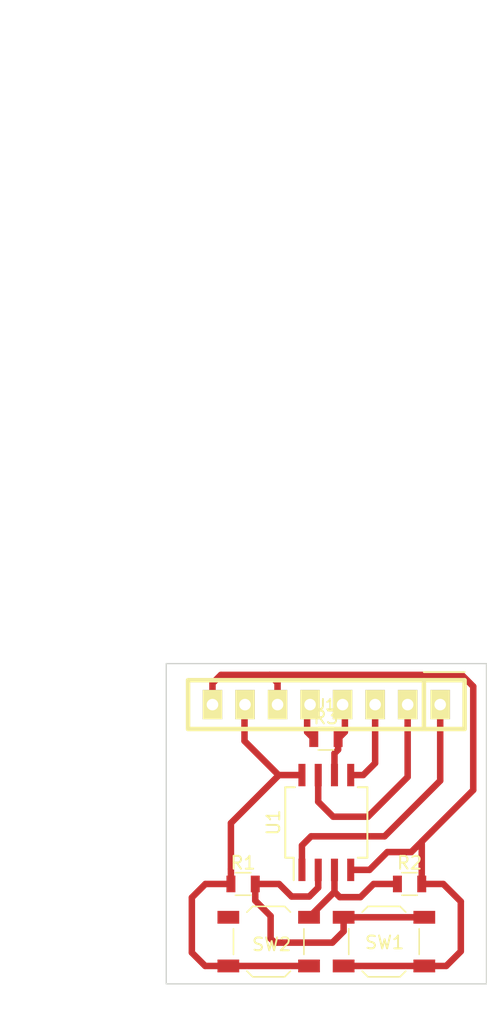
<source format=kicad_pcb>
(kicad_pcb (version 20170922) (host pcbnew "(2017-10-31 revision bd73a39a4)-master")

  (general
    (thickness 1.6)
    (drawings 4)
    (tracks 81)
    (zones 0)
    (modules 7)
    (nets 10)
  )

  (page A4)
  (layers
    (0 F.Cu signal)
    (31 B.Cu signal)
    (32 B.Adhes user hide)
    (33 F.Adhes user hide)
    (34 B.Paste user hide)
    (35 F.Paste user hide)
    (36 B.SilkS user)
    (37 F.SilkS user hide)
    (38 B.Mask user hide)
    (39 F.Mask user hide)
    (40 Dwgs.User user hide)
    (41 Cmts.User user hide)
    (42 Eco1.User user hide)
    (43 Eco2.User user hide)
    (44 Edge.Cuts user)
    (45 Margin user)
    (46 B.CrtYd user hide)
    (47 F.CrtYd user hide)
    (48 B.Fab user hide)
    (49 F.Fab user hide)
  )

  (setup
    (last_trace_width 0.254)
    (user_trace_width 0.254)
    (user_trace_width 0.381)
    (user_trace_width 0.508)
    (user_trace_width 0.635)
    (user_trace_width 0.762)
    (user_trace_width 0.8128)
    (trace_clearance 0.6)
    (zone_clearance 0.35)
    (zone_45_only yes)
    (trace_min 0.254)
    (segment_width 0.2)
    (edge_width 0.1)
    (via_size 1.5)
    (via_drill 0.9)
    (via_min_size 1.5)
    (via_min_drill 0.9)
    (user_via 1.5 0.9)
    (uvia_size 0.3)
    (uvia_drill 0.1)
    (uvias_allowed no)
    (uvia_min_size 0.2)
    (uvia_min_drill 0.1)
    (pcb_text_width 0.3)
    (pcb_text_size 1.5 1.5)
    (mod_edge_width 0.15)
    (mod_text_size 1 1)
    (mod_text_width 0.15)
    (pad_size 1.7 1)
    (pad_drill 0.9)
    (pad_to_mask_clearance 0.2)
    (aux_axis_origin 50.01 119.78)
    (grid_origin 50.01 119.78)
    (visible_elements FFFFFF99)
    (pcbplotparams
      (layerselection 0x00000_7fffffff)
      (usegerberextensions false)
      (usegerberattributes true)
      (usegerberadvancedattributes true)
      (creategerberjobfile true)
      (excludeedgelayer true)
      (linewidth 0.100000)
      (plotframeref false)
      (viasonmask false)
      (mode 1)
      (useauxorigin true)
      (hpglpennumber 1)
      (hpglpenspeed 20)
      (hpglpendiameter 15)
      (psnegative false)
      (psa4output false)
      (plotreference true)
      (plotvalue true)
      (plotinvisibletext false)
      (padsonsilk true)
      (subtractmaskfromsilk false)
      (outputformat 3)
      (mirror false)
      (drillshape 2)
      (scaleselection 1)
      (outputdirectory gerbers/))
  )

  (net 0 "")
  (net 1 GND)
  (net 2 "Net-(R2-Pad1)")
  (net 3 "Net-(R1-Pad2)")
  (net 4 PIN_1)
  (net 5 PIN_5)
  (net 6 PIN_6)
  (net 7 PIN_7)
  (net 8 SPKR+)
  (net 9 VCC)

  (net_class Default "This is the default net class."
    (clearance 0.6)
    (trace_width 0.381)
    (via_dia 1.5)
    (via_drill 0.9)
    (uvia_dia 0.3)
    (uvia_drill 0.1)
    (diff_pair_gap 0.25)
    (diff_pair_width 0.3)
    (add_net GND)
    (add_net "Net-(R1-Pad2)")
    (add_net "Net-(R2-Pad1)")
    (add_net PIN_1)
    (add_net PIN_5)
    (add_net PIN_6)
    (add_net PIN_7)
    (add_net SPKR+)
    (add_net VCC)
  )

  (module Housings_SOIC:SO-8_5.3x6.2mm_Pitch1.27mm (layer F.Cu) (tedit 59920130) (tstamp 5A090C7E)
    (at 62.5 107.2 90)
    (descr "8-Lead Plastic Small Outline, 5.3x6.2mm Body (http://www.ti.com.cn/cn/lit/ds/symlink/tl7705a.pdf)")
    (tags "SOIC 1.27")
    (path /59FA3237)
    (attr smd)
    (fp_text reference U1 (at 0 -4.13 90) (layer F.SilkS)
      (effects (font (size 1 1) (thickness 0.15)))
    )
    (fp_text value ATTINY85-20SU (at 0 4.13 90) (layer F.Fab)
      (effects (font (size 1 1) (thickness 0.15)))
    )
    (fp_line (start -2.75 -2.55) (end -4.5 -2.55) (layer F.SilkS) (width 0.15))
    (fp_line (start -2.75 3.205) (end 2.75 3.205) (layer F.SilkS) (width 0.15))
    (fp_line (start -2.75 -3.205) (end 2.75 -3.205) (layer F.SilkS) (width 0.15))
    (fp_line (start -2.75 3.205) (end -2.75 2.455) (layer F.SilkS) (width 0.15))
    (fp_line (start 2.75 3.205) (end 2.75 2.455) (layer F.SilkS) (width 0.15))
    (fp_line (start 2.75 -3.205) (end 2.75 -2.455) (layer F.SilkS) (width 0.15))
    (fp_line (start -2.75 -3.205) (end -2.75 -2.55) (layer F.SilkS) (width 0.15))
    (fp_line (start -4.83 3.35) (end 4.83 3.35) (layer F.CrtYd) (width 0.05))
    (fp_line (start -4.83 -3.35) (end 4.83 -3.35) (layer F.CrtYd) (width 0.05))
    (fp_line (start 4.83 -3.35) (end 4.83 3.35) (layer F.CrtYd) (width 0.05))
    (fp_line (start -4.83 -3.35) (end -4.83 3.35) (layer F.CrtYd) (width 0.05))
    (fp_line (start -2.65 -2.1) (end -1.65 -3.1) (layer F.Fab) (width 0.15))
    (fp_line (start -2.65 3.1) (end -2.65 -2.1) (layer F.Fab) (width 0.15))
    (fp_line (start 2.65 3.1) (end -2.65 3.1) (layer F.Fab) (width 0.15))
    (fp_line (start 2.65 -3.1) (end 2.65 3.1) (layer F.Fab) (width 0.15))
    (fp_line (start -1.65 -3.1) (end 2.65 -3.1) (layer F.Fab) (width 0.15))
    (fp_text user %R (at 0 0 90) (layer F.Fab)
      (effects (font (size 1 1) (thickness 0.15)))
    )
    (pad 8 smd rect (at 3.7 -1.905 90) (size 1.75 0.55) (layers F.Cu F.Paste F.Mask)
      (net 9 VCC))
    (pad 7 smd rect (at 3.7 -0.635 90) (size 1.75 0.55) (layers F.Cu F.Paste F.Mask)
      (net 7 PIN_7))
    (pad 6 smd rect (at 3.7 0.635 90) (size 1.75 0.55) (layers F.Cu F.Paste F.Mask)
      (net 6 PIN_6))
    (pad 5 smd rect (at 3.7 1.905 90) (size 1.75 0.55) (layers F.Cu F.Paste F.Mask)
      (net 5 PIN_5))
    (pad 4 smd rect (at -3.7 1.905 90) (size 1.75 0.55) (layers F.Cu F.Paste F.Mask)
      (net 1 GND))
    (pad 3 smd rect (at -3.7 0.635 90) (size 1.75 0.55) (layers F.Cu F.Paste F.Mask)
      (net 2 "Net-(R2-Pad1)"))
    (pad 2 smd rect (at -3.7 -0.635 90) (size 1.75 0.55) (layers F.Cu F.Paste F.Mask)
      (net 3 "Net-(R1-Pad2)"))
    (pad 1 smd rect (at -3.7 -1.905 90) (size 1.75 0.55) (layers F.Cu F.Paste F.Mask)
      (net 4 PIN_1))
    (model ${KISYS3DMOD}/Housings_SOIC.3dshapes/SOIJ-8_5.3x5.3mm_Pitch1.27mm.step
      (at (xyz 0 0 0))
      (scale (xyz 1 1 1))
      (rotate (xyz 0 0 0))
    )
  )

  (module Resistors_SMD:R_0805 (layer F.Cu) (tedit 58E0A804) (tstamp 5A090C5E)
    (at 69 112)
    (descr "Resistor SMD 0805, reflow soldering, Vishay (see dcrcw.pdf)")
    (tags "resistor 0805")
    (path /59E53A35)
    (attr smd)
    (fp_text reference R2 (at 0 -1.65) (layer F.SilkS)
      (effects (font (size 1 1) (thickness 0.15)))
    )
    (fp_text value 10K (at 0 1.75) (layer F.Fab)
      (effects (font (size 1 1) (thickness 0.15)))
    )
    (fp_line (start 1.55 0.9) (end -1.55 0.9) (layer F.CrtYd) (width 0.05))
    (fp_line (start 1.55 0.9) (end 1.55 -0.9) (layer F.CrtYd) (width 0.05))
    (fp_line (start -1.55 -0.9) (end -1.55 0.9) (layer F.CrtYd) (width 0.05))
    (fp_line (start -1.55 -0.9) (end 1.55 -0.9) (layer F.CrtYd) (width 0.05))
    (fp_line (start -0.6 -0.88) (end 0.6 -0.88) (layer F.SilkS) (width 0.12))
    (fp_line (start 0.6 0.88) (end -0.6 0.88) (layer F.SilkS) (width 0.12))
    (fp_line (start -1 -0.62) (end 1 -0.62) (layer F.Fab) (width 0.1))
    (fp_line (start 1 -0.62) (end 1 0.62) (layer F.Fab) (width 0.1))
    (fp_line (start 1 0.62) (end -1 0.62) (layer F.Fab) (width 0.1))
    (fp_line (start -1 0.62) (end -1 -0.62) (layer F.Fab) (width 0.1))
    (fp_text user %R (at 0 0) (layer F.Fab)
      (effects (font (size 0.5 0.5) (thickness 0.075)))
    )
    (pad 2 smd rect (at 0.95 0) (size 0.7 1.3) (layers F.Cu F.Paste F.Mask)
      (net 1 GND))
    (pad 1 smd rect (at -0.95 0) (size 0.7 1.3) (layers F.Cu F.Paste F.Mask)
      (net 2 "Net-(R2-Pad1)"))
    (model ${KISYS3DMOD}/Resistors_SMD.3dshapes/R_0805.step
      (at (xyz 0 0 0))
      (scale (xyz 1 1 1))
      (rotate (xyz 0 0 0))
    )
  )

  (module Resistors_SMD:R_0805 (layer F.Cu) (tedit 58E0A804) (tstamp 5A090C4E)
    (at 56 112)
    (descr "Resistor SMD 0805, reflow soldering, Vishay (see dcrcw.pdf)")
    (tags "resistor 0805")
    (path /59E587BF)
    (attr smd)
    (fp_text reference R1 (at 0 -1.65) (layer F.SilkS)
      (effects (font (size 1 1) (thickness 0.15)))
    )
    (fp_text value 10K (at 0 1.75) (layer F.Fab)
      (effects (font (size 1 1) (thickness 0.15)))
    )
    (fp_line (start 1.55 0.9) (end -1.55 0.9) (layer F.CrtYd) (width 0.05))
    (fp_line (start 1.55 0.9) (end 1.55 -0.9) (layer F.CrtYd) (width 0.05))
    (fp_line (start -1.55 -0.9) (end -1.55 0.9) (layer F.CrtYd) (width 0.05))
    (fp_line (start -1.55 -0.9) (end 1.55 -0.9) (layer F.CrtYd) (width 0.05))
    (fp_line (start -0.6 -0.88) (end 0.6 -0.88) (layer F.SilkS) (width 0.12))
    (fp_line (start 0.6 0.88) (end -0.6 0.88) (layer F.SilkS) (width 0.12))
    (fp_line (start -1 -0.62) (end 1 -0.62) (layer F.Fab) (width 0.1))
    (fp_line (start 1 -0.62) (end 1 0.62) (layer F.Fab) (width 0.1))
    (fp_line (start 1 0.62) (end -1 0.62) (layer F.Fab) (width 0.1))
    (fp_line (start -1 0.62) (end -1 -0.62) (layer F.Fab) (width 0.1))
    (fp_text user %R (at 0 0) (layer F.Fab)
      (effects (font (size 0.5 0.5) (thickness 0.075)))
    )
    (pad 2 smd rect (at 0.95 0) (size 0.7 1.3) (layers F.Cu F.Paste F.Mask)
      (net 3 "Net-(R1-Pad2)"))
    (pad 1 smd rect (at -0.95 0) (size 0.7 1.3) (layers F.Cu F.Paste F.Mask)
      (net 9 VCC))
    (model ${KISYS3DMOD}/Resistors_SMD.3dshapes/R_0805.step
      (at (xyz 0 0 0))
      (scale (xyz 1 1 1))
      (rotate (xyz 0 0 0))
    )
  )

  (module Resistors_SMD:R_0805 (layer F.Cu) (tedit 58E0A804) (tstamp 5A090C6E)
    (at 62.47 100.66)
    (descr "Resistor SMD 0805, reflow soldering, Vishay (see dcrcw.pdf)")
    (tags "resistor 0805")
    (path /59E56D49)
    (attr smd)
    (fp_text reference R3 (at 0 -1.65) (layer F.SilkS)
      (effects (font (size 1 1) (thickness 0.15)))
    )
    (fp_text value 220 (at 0 1.75) (layer F.Fab)
      (effects (font (size 1 1) (thickness 0.15)))
    )
    (fp_line (start 1.55 0.9) (end -1.55 0.9) (layer F.CrtYd) (width 0.05))
    (fp_line (start 1.55 0.9) (end 1.55 -0.9) (layer F.CrtYd) (width 0.05))
    (fp_line (start -1.55 -0.9) (end -1.55 0.9) (layer F.CrtYd) (width 0.05))
    (fp_line (start -1.55 -0.9) (end 1.55 -0.9) (layer F.CrtYd) (width 0.05))
    (fp_line (start -0.6 -0.88) (end 0.6 -0.88) (layer F.SilkS) (width 0.12))
    (fp_line (start 0.6 0.88) (end -0.6 0.88) (layer F.SilkS) (width 0.12))
    (fp_line (start -1 -0.62) (end 1 -0.62) (layer F.Fab) (width 0.1))
    (fp_line (start 1 -0.62) (end 1 0.62) (layer F.Fab) (width 0.1))
    (fp_line (start 1 0.62) (end -1 0.62) (layer F.Fab) (width 0.1))
    (fp_line (start -1 0.62) (end -1 -0.62) (layer F.Fab) (width 0.1))
    (fp_text user %R (at 0 0) (layer F.Fab)
      (effects (font (size 0.5 0.5) (thickness 0.075)))
    )
    (pad 2 smd rect (at 0.95 0) (size 0.7 1.3) (layers F.Cu F.Paste F.Mask)
      (net 6 PIN_6))
    (pad 1 smd rect (at -0.95 0) (size 0.7 1.3) (layers F.Cu F.Paste F.Mask)
      (net 8 SPKR+))
    (model ${KISYS3DMOD}/Resistors_SMD.3dshapes/R_0805.step
      (at (xyz 0 0 0))
      (scale (xyz 1 1 1))
      (rotate (xyz 0 0 0))
    )
  )

  (module Buttons_Switches_SMD:SW_SPST_TL3342 (layer F.Cu) (tedit 58724C2D) (tstamp 5A16736D)
    (at 67 116.5 180)
    (descr "Low-profile SMD Tactile Switch, https://www.e-switch.com/system/asset/product_line/data_sheet/165/TL3342.pdf")
    (tags "SPST Tactile Switch")
    (path /59E49B79)
    (attr smd)
    (fp_text reference SW1 (at -0.05 -0.07 180) (layer F.SilkS)
      (effects (font (size 1 1) (thickness 0.15)))
    )
    (fp_text value RESET (at 3.865 -3.925 180) (layer F.Fab)
      (effects (font (size 1 1) (thickness 0.15)))
    )
    (fp_text user %R (at 3.065 -5.4 180) (layer F.Fab)
      (effects (font (size 1 1) (thickness 0.15)))
    )
    (fp_line (start 3.2 2.1) (end 3.2 1.6) (layer F.Fab) (width 0.1))
    (fp_line (start 3.2 -2.1) (end 3.2 -1.6) (layer F.Fab) (width 0.1))
    (fp_line (start -3.2 2.1) (end -3.2 1.6) (layer F.Fab) (width 0.1))
    (fp_line (start -3.2 -2.1) (end -3.2 -1.6) (layer F.Fab) (width 0.1))
    (fp_line (start 2.7 -2.1) (end 2.7 -1.6) (layer F.Fab) (width 0.1))
    (fp_line (start 1.7 -2.1) (end 3.2 -2.1) (layer F.Fab) (width 0.1))
    (fp_line (start 3.2 -1.6) (end 2.2 -1.6) (layer F.Fab) (width 0.1))
    (fp_line (start -2.7 -2.1) (end -2.7 -1.6) (layer F.Fab) (width 0.1))
    (fp_line (start -1.7 -2.1) (end -3.2 -2.1) (layer F.Fab) (width 0.1))
    (fp_line (start -3.2 -1.6) (end -2.2 -1.6) (layer F.Fab) (width 0.1))
    (fp_line (start -2.7 2.1) (end -2.7 1.6) (layer F.Fab) (width 0.1))
    (fp_line (start -3.2 1.6) (end -2.2 1.6) (layer F.Fab) (width 0.1))
    (fp_line (start -1.7 2.1) (end -3.2 2.1) (layer F.Fab) (width 0.1))
    (fp_line (start 1.7 2.1) (end 3.2 2.1) (layer F.Fab) (width 0.1))
    (fp_line (start 2.7 2.1) (end 2.7 1.6) (layer F.Fab) (width 0.1))
    (fp_line (start 3.2 1.6) (end 2.2 1.6) (layer F.Fab) (width 0.1))
    (fp_line (start -1.7 2.3) (end -1.25 2.75) (layer F.SilkS) (width 0.12))
    (fp_line (start 1.7 2.3) (end 1.25 2.75) (layer F.SilkS) (width 0.12))
    (fp_line (start 1.7 -2.3) (end 1.25 -2.75) (layer F.SilkS) (width 0.12))
    (fp_line (start -1.7 -2.3) (end -1.25 -2.75) (layer F.SilkS) (width 0.12))
    (fp_line (start -2 -1) (end -1 -2) (layer F.Fab) (width 0.1))
    (fp_line (start -1 -2) (end 1 -2) (layer F.Fab) (width 0.1))
    (fp_line (start 1 -2) (end 2 -1) (layer F.Fab) (width 0.1))
    (fp_line (start 2 -1) (end 2 1) (layer F.Fab) (width 0.1))
    (fp_line (start 2 1) (end 1 2) (layer F.Fab) (width 0.1))
    (fp_line (start 1 2) (end -1 2) (layer F.Fab) (width 0.1))
    (fp_line (start -1 2) (end -2 1) (layer F.Fab) (width 0.1))
    (fp_line (start -2 1) (end -2 -1) (layer F.Fab) (width 0.1))
    (fp_line (start 2.75 -1) (end 2.75 1) (layer F.SilkS) (width 0.12))
    (fp_line (start -1.25 2.75) (end 1.25 2.75) (layer F.SilkS) (width 0.12))
    (fp_line (start -2.75 -1) (end -2.75 1) (layer F.SilkS) (width 0.12))
    (fp_line (start -1.25 -2.75) (end 1.25 -2.75) (layer F.SilkS) (width 0.12))
    (fp_line (start -2.6 -1.2) (end -2.6 1.2) (layer F.Fab) (width 0.1))
    (fp_line (start -2.6 1.2) (end -1.2 2.6) (layer F.Fab) (width 0.1))
    (fp_line (start -1.2 2.6) (end 1.2 2.6) (layer F.Fab) (width 0.1))
    (fp_line (start 1.2 2.6) (end 2.6 1.2) (layer F.Fab) (width 0.1))
    (fp_line (start 2.6 1.2) (end 2.6 -1.2) (layer F.Fab) (width 0.1))
    (fp_line (start 2.6 -1.2) (end 1.2 -2.6) (layer F.Fab) (width 0.1))
    (fp_line (start 1.2 -2.6) (end -1.2 -2.6) (layer F.Fab) (width 0.1))
    (fp_line (start -1.2 -2.6) (end -2.6 -1.2) (layer F.Fab) (width 0.1))
    (fp_line (start -4.25 -3) (end 4.25 -3) (layer F.CrtYd) (width 0.05))
    (fp_line (start 4.25 -3) (end 4.25 3) (layer F.CrtYd) (width 0.05))
    (fp_line (start 4.25 3) (end -4.25 3) (layer F.CrtYd) (width 0.05))
    (fp_line (start -4.25 3) (end -4.25 -3) (layer F.CrtYd) (width 0.05))
    (fp_circle (center 0 0) (end 1 0) (layer F.Fab) (width 0.1))
    (pad 1 smd rect (at -3.15 -1.9 180) (size 1.7 1) (layers F.Cu F.Paste F.Mask)
      (net 1 GND))
    (pad 1 smd rect (at 3.15 -1.9 180) (size 1.7 1) (layers F.Cu F.Paste F.Mask)
      (net 1 GND))
    (pad 2 smd rect (at -3.15 1.9 180) (size 1.7 1) (layers F.Cu F.Paste F.Mask)
      (net 3 "Net-(R1-Pad2)"))
    (pad 2 smd rect (at 3.15 1.9 180) (size 1.7 1) (layers F.Cu F.Paste F.Mask)
      (net 3 "Net-(R1-Pad2)"))
    (model ${KISYS3DMOD}/Buttons_Switches_SMD.3dshapes/TL3342FxxxQG.step
      (at (xyz 0 0 0))
      (scale (xyz 1 1 1))
      (rotate (xyz 0 0 0))
    )
  )

  (module Buttons_Switches_SMD:SW_SPST_TL3342 (layer F.Cu) (tedit 58724C2D) (tstamp 5A1673A3)
    (at 58 116.5)
    (descr "Low-profile SMD Tactile Switch, https://www.e-switch.com/system/asset/product_line/data_sheet/165/TL3342.pdf")
    (tags "SPST Tactile Switch")
    (path /59E49BEA)
    (attr smd)
    (fp_text reference SW2 (at 0.23 0.22) (layer F.SilkS)
      (effects (font (size 1 1) (thickness 0.15)))
    )
    (fp_text value INPUT_5 (at 4.195 4.075) (layer F.Fab)
      (effects (font (size 1 1) (thickness 0.15)))
    )
    (fp_text user %R (at 2.695 5.6) (layer F.Fab)
      (effects (font (size 1 1) (thickness 0.15)))
    )
    (fp_line (start 3.2 2.1) (end 3.2 1.6) (layer F.Fab) (width 0.1))
    (fp_line (start 3.2 -2.1) (end 3.2 -1.6) (layer F.Fab) (width 0.1))
    (fp_line (start -3.2 2.1) (end -3.2 1.6) (layer F.Fab) (width 0.1))
    (fp_line (start -3.2 -2.1) (end -3.2 -1.6) (layer F.Fab) (width 0.1))
    (fp_line (start 2.7 -2.1) (end 2.7 -1.6) (layer F.Fab) (width 0.1))
    (fp_line (start 1.7 -2.1) (end 3.2 -2.1) (layer F.Fab) (width 0.1))
    (fp_line (start 3.2 -1.6) (end 2.2 -1.6) (layer F.Fab) (width 0.1))
    (fp_line (start -2.7 -2.1) (end -2.7 -1.6) (layer F.Fab) (width 0.1))
    (fp_line (start -1.7 -2.1) (end -3.2 -2.1) (layer F.Fab) (width 0.1))
    (fp_line (start -3.2 -1.6) (end -2.2 -1.6) (layer F.Fab) (width 0.1))
    (fp_line (start -2.7 2.1) (end -2.7 1.6) (layer F.Fab) (width 0.1))
    (fp_line (start -3.2 1.6) (end -2.2 1.6) (layer F.Fab) (width 0.1))
    (fp_line (start -1.7 2.1) (end -3.2 2.1) (layer F.Fab) (width 0.1))
    (fp_line (start 1.7 2.1) (end 3.2 2.1) (layer F.Fab) (width 0.1))
    (fp_line (start 2.7 2.1) (end 2.7 1.6) (layer F.Fab) (width 0.1))
    (fp_line (start 3.2 1.6) (end 2.2 1.6) (layer F.Fab) (width 0.1))
    (fp_line (start -1.7 2.3) (end -1.25 2.75) (layer F.SilkS) (width 0.12))
    (fp_line (start 1.7 2.3) (end 1.25 2.75) (layer F.SilkS) (width 0.12))
    (fp_line (start 1.7 -2.3) (end 1.25 -2.75) (layer F.SilkS) (width 0.12))
    (fp_line (start -1.7 -2.3) (end -1.25 -2.75) (layer F.SilkS) (width 0.12))
    (fp_line (start -2 -1) (end -1 -2) (layer F.Fab) (width 0.1))
    (fp_line (start -1 -2) (end 1 -2) (layer F.Fab) (width 0.1))
    (fp_line (start 1 -2) (end 2 -1) (layer F.Fab) (width 0.1))
    (fp_line (start 2 -1) (end 2 1) (layer F.Fab) (width 0.1))
    (fp_line (start 2 1) (end 1 2) (layer F.Fab) (width 0.1))
    (fp_line (start 1 2) (end -1 2) (layer F.Fab) (width 0.1))
    (fp_line (start -1 2) (end -2 1) (layer F.Fab) (width 0.1))
    (fp_line (start -2 1) (end -2 -1) (layer F.Fab) (width 0.1))
    (fp_line (start 2.75 -1) (end 2.75 1) (layer F.SilkS) (width 0.12))
    (fp_line (start -1.25 2.75) (end 1.25 2.75) (layer F.SilkS) (width 0.12))
    (fp_line (start -2.75 -1) (end -2.75 1) (layer F.SilkS) (width 0.12))
    (fp_line (start -1.25 -2.75) (end 1.25 -2.75) (layer F.SilkS) (width 0.12))
    (fp_line (start -2.6 -1.2) (end -2.6 1.2) (layer F.Fab) (width 0.1))
    (fp_line (start -2.6 1.2) (end -1.2 2.6) (layer F.Fab) (width 0.1))
    (fp_line (start -1.2 2.6) (end 1.2 2.6) (layer F.Fab) (width 0.1))
    (fp_line (start 1.2 2.6) (end 2.6 1.2) (layer F.Fab) (width 0.1))
    (fp_line (start 2.6 1.2) (end 2.6 -1.2) (layer F.Fab) (width 0.1))
    (fp_line (start 2.6 -1.2) (end 1.2 -2.6) (layer F.Fab) (width 0.1))
    (fp_line (start 1.2 -2.6) (end -1.2 -2.6) (layer F.Fab) (width 0.1))
    (fp_line (start -1.2 -2.6) (end -2.6 -1.2) (layer F.Fab) (width 0.1))
    (fp_line (start -4.25 -3) (end 4.25 -3) (layer F.CrtYd) (width 0.05))
    (fp_line (start 4.25 -3) (end 4.25 3) (layer F.CrtYd) (width 0.05))
    (fp_line (start 4.25 3) (end -4.25 3) (layer F.CrtYd) (width 0.05))
    (fp_line (start -4.25 3) (end -4.25 -3) (layer F.CrtYd) (width 0.05))
    (fp_circle (center 0 0) (end 1 0) (layer F.Fab) (width 0.1))
    (pad 1 smd rect (at -3.15 -1.9) (size 1.7 1) (layers F.Cu F.Paste F.Mask)
      (net 2 "Net-(R2-Pad1)"))
    (pad 1 smd rect (at 3.15 -1.9) (size 1.7 1) (layers F.Cu F.Paste F.Mask)
      (net 2 "Net-(R2-Pad1)"))
    (pad 2 smd rect (at -3.15 1.9) (size 1.7 1) (layers F.Cu F.Paste F.Mask)
      (net 9 VCC))
    (pad 2 smd rect (at 3.15 1.9) (size 1.7 1) (layers F.Cu F.Paste F.Mask)
      (net 9 VCC))
    (model ${KISYS3DMOD}/Buttons_Switches_SMD.3dshapes/TL3342FxxxQG.step
      (at (xyz 0 0 0))
      (scale (xyz 1 1 1))
      (rotate (xyz 0 0 0))
    )
  )

  (module conn-100mil:CONN-100MIL-F-1x8 (layer F.Cu) (tedit 59FD8339) (tstamp 5A0A3FDA)
    (at 62.5 98 180)
    (path /59FCBF1A)
    (fp_text reference J1 (at 0 0 180) (layer F.SilkS)
      (effects (font (size 0.8 0.8) (thickness 0.15)))
    )
    (fp_text value Conn_01x08_Female (at 0 0 180) (layer F.Fab)
      (effects (font (size 0.8 0.8) (thickness 0.15)))
    )
    (fp_line (start -10.795 -1.905) (end 10.795 -1.905) (layer F.CrtYd) (width 0.15))
    (fp_line (start 10.795 -1.905) (end 10.795 1.905) (layer F.CrtYd) (width 0.15))
    (fp_line (start 10.795 1.905) (end -10.795 1.905) (layer F.CrtYd) (width 0.15))
    (fp_line (start -10.795 1.905) (end -10.795 -1.905) (layer F.CrtYd) (width 0.15))
    (fp_line (start -10.795 -1.905) (end 10.795 -1.905) (layer F.Fab) (width 0.15))
    (fp_line (start 10.795 -1.905) (end 10.795 1.905) (layer F.Fab) (width 0.15))
    (fp_line (start 10.795 1.905) (end -10.795 1.905) (layer F.Fab) (width 0.15))
    (fp_line (start -10.795 1.905) (end -10.795 -1.905) (layer F.Fab) (width 0.15))
    (fp_line (start -10.795 -1.905) (end 10.795 -1.905) (layer F.SilkS) (width 0.35))
    (fp_line (start 10.795 -1.905) (end 10.795 1.905) (layer F.SilkS) (width 0.35))
    (fp_line (start 10.795 1.905) (end -10.795 1.905) (layer F.SilkS) (width 0.35))
    (fp_line (start -10.795 1.905) (end -10.795 -1.905) (layer F.SilkS) (width 0.35))
    (fp_line (start -7.62 -1.905) (end -7.62 1.905) (layer F.SilkS) (width 0.35))
    (fp_line (start -7.62 -1.905) (end -7.62 1.905) (layer F.Fab) (width 0.15))
    (fp_line (start -10.795 2.54) (end -7.62 2.54) (layer F.SilkS) (width 0.15))
    (pad 1 thru_hole rect (at -8.89 0 180) (size 1.524 2.286) (drill 0.9) (layers *.Cu *.Mask F.SilkS)
      (net 4 PIN_1))
    (pad 2 thru_hole rect (at -6.35 0 180) (size 1.524 2.286) (drill 0.9) (layers *.Cu *.Mask F.SilkS)
      (net 7 PIN_7))
    (pad 3 thru_hole rect (at -3.81 0 180) (size 1.524 2.286) (drill 0.9) (layers *.Cu *.Mask F.SilkS)
      (net 5 PIN_5))
    (pad 4 thru_hole rect (at -1.27 0 180) (size 1.524 2.286) (drill 0.9) (layers *.Cu *.Mask F.SilkS)
      (net 6 PIN_6))
    (pad 5 thru_hole rect (at 1.27 0 180) (size 1.524 2.286) (drill 0.9) (layers *.Cu *.Mask F.SilkS)
      (net 8 SPKR+))
    (pad 6 thru_hole rect (at 3.81 0 180) (size 1.524 2.286) (drill 0.9) (layers *.Cu *.Mask F.SilkS)
      (net 1 GND))
    (pad 7 thru_hole rect (at 6.35 0 180) (size 1.524 2.286) (drill 0.9) (layers *.Cu *.Mask F.SilkS)
      (net 9 VCC))
    (pad 8 thru_hole trapezoid (at 8.89 0 180) (size 1.524 2.286) (drill 0.9) (layers *.Cu *.Mask F.SilkS)
      (net 1 GND))
    (model "${KIPRJMOD}/3d models/Socket_Female_1x8.step"
      (at (xyz 0.2992125984251969 -0.05118110236220473 -0.06299212598425198))
      (scale (xyz 1 1 1))
      (rotate (xyz 90 0 90))
    )
  )

  (gr_line (start 50 119.8) (end 50 94.8) (layer Edge.Cuts) (width 0.1))
  (gr_line (start 75 119.8) (end 50 119.8) (layer Edge.Cuts) (width 0.1))
  (gr_line (start 75 94.8) (end 75 119.8) (layer Edge.Cuts) (width 0.1))
  (gr_line (start 50 94.8) (end 75 94.8) (layer Edge.Cuts) (width 0.1))

  (segment (start 69.13 109.51) (end 70.73 107.91) (width 0.508) (layer F.Cu) (net 1))
  (segment (start 70.73 107.91) (end 73.97 104.67) (width 0.508) (layer F.Cu) (net 1))
  (segment (start 69.95 112) (end 69.95 108.69) (width 0.508) (layer F.Cu) (net 1))
  (segment (start 69.95 108.69) (end 70.73 107.91) (width 0.508) (layer F.Cu) (net 1))
  (segment (start 73 113.37) (end 71.63 112) (width 0.508) (layer F.Cu) (net 1))
  (segment (start 71.63 112) (end 69.95 112) (width 0.508) (layer F.Cu) (net 1))
  (segment (start 64.405 110.9) (end 65.87 110.9) (width 0.508) (layer F.Cu) (net 1))
  (segment (start 65.87 110.9) (end 67.26 109.51) (width 0.508) (layer F.Cu) (net 1))
  (segment (start 67.26 109.51) (end 69.13 109.51) (width 0.508) (layer F.Cu) (net 1))
  (segment (start 73.97 104.67) (end 73.97 96.58) (width 0.508) (layer F.Cu) (net 1))
  (segment (start 73.07 95.68) (end 58.07 95.68) (width 0.508) (layer F.Cu) (net 1))
  (segment (start 73.97 96.58) (end 73.07 95.68) (width 0.508) (layer F.Cu) (net 1))
  (segment (start 73 117.26) (end 73 113.37) (width 0.508) (layer F.Cu) (net 1))
  (segment (start 63.85 118.4) (end 70.15 118.4) (width 0.508) (layer F.Cu) (net 1))
  (segment (start 70.15 118.4) (end 71.86 118.4) (width 0.508) (layer F.Cu) (net 1))
  (segment (start 71.86 118.4) (end 72.99 117.27) (width 0.508) (layer F.Cu) (net 1))
  (segment (start 53.61 98) (end 53.61 96.34) (width 0.508) (layer F.Cu) (net 1))
  (segment (start 58.07 95.68) (end 58.69 96.3) (width 0.508) (layer F.Cu) (net 1))
  (segment (start 53.61 96.34) (end 54.27 95.68) (width 0.508) (layer F.Cu) (net 1))
  (segment (start 54.27 95.68) (end 58.07 95.68) (width 0.508) (layer F.Cu) (net 1))
  (segment (start 58.69 96.3) (end 58.69 98) (width 0.508) (layer F.Cu) (net 1))
  (segment (start 63.135 112.615) (end 63.55 113.03) (width 0.508) (layer F.Cu) (net 2))
  (segment (start 63.55 113.03) (end 65.162 113.03) (width 0.508) (layer F.Cu) (net 2))
  (segment (start 65.162 113.03) (end 66.192 112) (width 0.508) (layer F.Cu) (net 2))
  (segment (start 66.192 112) (end 68.05 112) (width 0.508) (layer F.Cu) (net 2))
  (segment (start 63.135 110.9) (end 63.135 112.615) (width 0.508) (layer F.Cu) (net 2))
  (segment (start 63.135 112.615) (end 61.15 114.6) (width 0.508) (layer F.Cu) (net 2))
  (segment (start 56.95801 112) (end 58.808 112) (width 0.508) (layer F.Cu) (net 3))
  (segment (start 61.865 112.283) (end 61.865 110.9) (width 0.508) (layer F.Cu) (net 3))
  (segment (start 58.808 112) (end 59.788 112.98) (width 0.508) (layer F.Cu) (net 3))
  (segment (start 59.788 112.98) (end 61.168 112.98) (width 0.508) (layer F.Cu) (net 3))
  (segment (start 61.168 112.98) (end 61.865 112.283) (width 0.508) (layer F.Cu) (net 3))
  (segment (start 56.95 112) (end 56.95 113.3) (width 0.508) (layer F.Cu) (net 3))
  (segment (start 56.95 113.3) (end 58.15 114.5) (width 0.508) (layer F.Cu) (net 3))
  (segment (start 58.15 114.5) (end 58.15 116.26) (width 0.508) (layer F.Cu) (net 3))
  (segment (start 58.15 116.26) (end 58.47 116.58) (width 0.508) (layer F.Cu) (net 3))
  (segment (start 58.47 116.58) (end 62.97 116.58) (width 0.508) (layer F.Cu) (net 3))
  (segment (start 62.97 116.58) (end 63.85 115.7) (width 0.508) (layer F.Cu) (net 3))
  (segment (start 63.85 115.7) (end 63.85 114.6) (width 0.508) (layer F.Cu) (net 3))
  (segment (start 63.85 114.6) (end 70.15 114.6) (width 0.508) (layer F.Cu) (net 3))
  (segment (start 71.39 98) (end 71.39 103.94) (width 0.508) (layer F.Cu) (net 4))
  (segment (start 61.31 108.28) (end 60.595 108.995) (width 0.508) (layer F.Cu) (net 4))
  (segment (start 71.39 103.94) (end 67.05 108.28) (width 0.508) (layer F.Cu) (net 4))
  (segment (start 60.595 108.995) (end 60.595 110.9) (width 0.508) (layer F.Cu) (net 4))
  (segment (start 67.05 108.28) (end 61.31 108.28) (width 0.508) (layer F.Cu) (net 4))
  (segment (start 64.405 103.5) (end 65.38 103.5) (width 0.508) (layer F.Cu) (net 5))
  (segment (start 65.38 103.5) (end 66.31 102.57) (width 0.508) (layer F.Cu) (net 5))
  (segment (start 66.31 102.57) (end 66.31 99.243) (width 0.508) (layer F.Cu) (net 5))
  (segment (start 66.31 99.243) (end 66.31 98) (width 0.508) (layer F.Cu) (net 5))
  (segment (start 63.135 103.5) (end 63.135 101.805) (width 0.508) (layer F.Cu) (net 6))
  (segment (start 63.135 101.805) (end 63.42 101.52) (width 0.508) (layer F.Cu) (net 6))
  (segment (start 63.42 101.52) (end 63.42 100.66) (width 0.508) (layer F.Cu) (net 6))
  (segment (start 63.42 100.66) (end 63.95 100.13) (width 0.508) (layer F.Cu) (net 6))
  (segment (start 63.95 100.13) (end 63.95 98.18) (width 0.508) (layer F.Cu) (net 6))
  (segment (start 63.95 98.18) (end 63.77 98) (width 0.508) (layer F.Cu) (net 6))
  (segment (start 63.75 98.02) (end 63.77 98) (width 0.508) (layer F.Cu) (net 6))
  (segment (start 63.86 98.09) (end 63.77 98) (width 0.762) (layer F.Cu) (net 6))
  (segment (start 61.865 103.5) (end 61.865 105.583) (width 0.508) (layer F.Cu) (net 7))
  (segment (start 61.865 105.583) (end 63.032 106.75) (width 0.508) (layer F.Cu) (net 7))
  (segment (start 63.032 106.75) (end 65.75 106.75) (width 0.508) (layer F.Cu) (net 7))
  (segment (start 65.75 106.75) (end 68.85 103.65) (width 0.508) (layer F.Cu) (net 7))
  (segment (start 68.85 103.65) (end 68.85 99.651) (width 0.508) (layer F.Cu) (net 7))
  (segment (start 68.85 99.651) (end 68.85 98) (width 0.508) (layer F.Cu) (net 7))
  (segment (start 61.52 100.66) (end 61 100.14) (width 0.508) (layer F.Cu) (net 8))
  (segment (start 61 100.14) (end 61 98.23) (width 0.508) (layer F.Cu) (net 8))
  (segment (start 61 98.23) (end 61.23 98) (width 0.508) (layer F.Cu) (net 8))
  (segment (start 61.16 98.07) (end 61.23 98) (width 0.762) (layer F.Cu) (net 8))
  (segment (start 56.29 98.521) (end 56.11 98.701) (width 0.508) (layer F.Cu) (net 9))
  (segment (start 56.11 98.701) (end 56.11 100.84) (width 0.508) (layer F.Cu) (net 9))
  (segment (start 56.11 100.84) (end 58.77 103.5) (width 0.508) (layer F.Cu) (net 9))
  (segment (start 58.77 103.5) (end 60.595 103.5) (width 0.508) (layer F.Cu) (net 9))
  (segment (start 60.595 103.5) (end 58.8 103.5) (width 0.508) (layer F.Cu) (net 9))
  (segment (start 58.8 103.5) (end 55.05 107.25) (width 0.508) (layer F.Cu) (net 9))
  (segment (start 55.05 107.25) (end 55.05 110.842) (width 0.508) (layer F.Cu) (net 9))
  (segment (start 55.05 110.842) (end 55.05 112) (width 0.508) (layer F.Cu) (net 9))
  (segment (start 55.05 112) (end 53.06 112) (width 0.508) (layer F.Cu) (net 9))
  (segment (start 53.06 112) (end 52 113.06) (width 0.508) (layer F.Cu) (net 9))
  (segment (start 52 113.06) (end 52 117.36) (width 0.508) (layer F.Cu) (net 9))
  (segment (start 52 117.36) (end 53.04 118.4) (width 0.508) (layer F.Cu) (net 9))
  (segment (start 53.04 118.4) (end 54.85 118.4) (width 0.508) (layer F.Cu) (net 9))
  (segment (start 54.85 118.4) (end 61.15 118.4) (width 0.508) (layer F.Cu) (net 9))

  (zone (net 1) (net_name GND) (layer F.Cu) (tstamp 59EE3658) (hatch none 0.508)
    (connect_pads (clearance 0.5))
    (min_thickness 0.254)
    (fill yes (arc_segments 16) (thermal_gap 0.5) (thermal_bridge_width 0.5))
    (polygon
      (pts
        (xy 37.0205 43.0149) (xy 37.0332 43.0022) (xy 37.03955 43.0149)
      )
    )
  )
)

</source>
